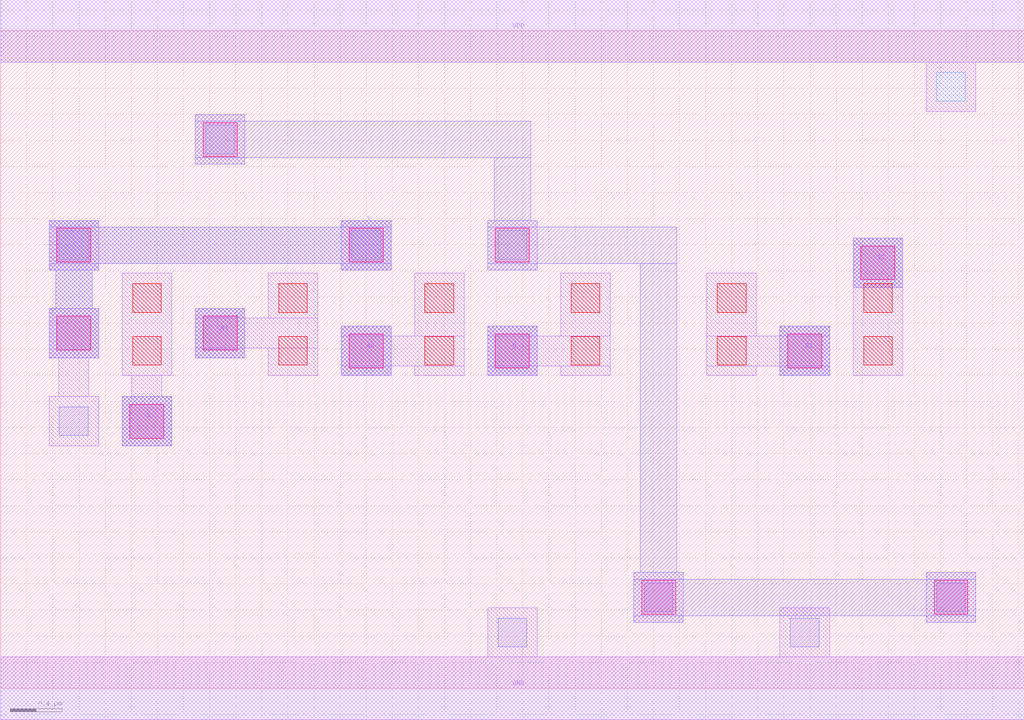
<source format=lef>
MACRO AOI33
 CLASS CORE ;
 FOREIGN AOI33 0 0 ;
 SIZE 7.84 BY 5.04 ;
 ORIGIN 0 0 ;
 SYMMETRY X Y R90 ;
 SITE unit ;
  PIN VDD
   DIRECTION INOUT ;
   USE POWER ;
   SHAPE ABUTMENT ;
    PORT
     CLASS CORE ;
       LAYER met1 ;
        RECT 0.00000000 4.80000000 7.84000000 5.28000000 ;
    END
  END VDD

  PIN GND
   DIRECTION INOUT ;
   USE POWER ;
   SHAPE ABUTMENT ;
    PORT
     CLASS CORE ;
       LAYER met1 ;
        RECT 0.00000000 -0.24000000 7.84000000 0.24000000 ;
    END
  END GND

  PIN Y
   DIRECTION INOUT ;
   USE SIGNAL ;
   SHAPE ABUTMENT ;
    PORT
     CLASS CORE ;
       LAYER met2 ;
        RECT 0.37000000 2.53200000 0.75000000 2.91200000 ;
        RECT 0.42000000 2.91200000 0.70000000 3.20700000 ;
        RECT 0.37000000 3.20700000 0.75000000 3.25700000 ;
        RECT 2.61000000 3.20700000 2.99000000 3.25700000 ;
        RECT 0.37000000 3.25700000 2.99000000 3.53700000 ;
        RECT 0.37000000 3.53700000 0.75000000 3.58700000 ;
        RECT 2.61000000 3.53700000 2.99000000 3.58700000 ;
    END
  END Y

  PIN B
   DIRECTION INOUT ;
   USE SIGNAL ;
   SHAPE ABUTMENT ;
    PORT
     CLASS CORE ;
       LAYER met2 ;
        RECT 3.73000000 2.39700000 4.11000000 2.77700000 ;
    END
  END B

  PIN A2
   DIRECTION INOUT ;
   USE SIGNAL ;
   SHAPE ABUTMENT ;
    PORT
     CLASS CORE ;
       LAYER met2 ;
        RECT 2.61000000 2.39700000 2.99000000 2.77700000 ;
    END
  END A2

  PIN B2
   DIRECTION INOUT ;
   USE SIGNAL ;
   SHAPE ABUTMENT ;
    PORT
     CLASS CORE ;
       LAYER met2 ;
        RECT 6.53000000 3.07200000 6.91000000 3.45200000 ;
    END
  END B2

  PIN B1
   DIRECTION INOUT ;
   USE SIGNAL ;
   SHAPE ABUTMENT ;
    PORT
     CLASS CORE ;
       LAYER met2 ;
        RECT 5.97000000 2.39700000 6.35000000 2.77700000 ;
    END
  END B1

  PIN A
   DIRECTION INOUT ;
   USE SIGNAL ;
   SHAPE ABUTMENT ;
    PORT
     CLASS CORE ;
       LAYER met2 ;
        RECT 0.93000000 1.85700000 1.31000000 2.23700000 ;
    END
  END A

  PIN A1
   DIRECTION INOUT ;
   USE SIGNAL ;
   SHAPE ABUTMENT ;
    PORT
     CLASS CORE ;
       LAYER met2 ;
        RECT 1.49000000 2.53200000 1.87000000 2.91200000 ;
    END
  END A1

 OBS
    LAYER polycont ;
     RECT 1.01000000 2.47700000 1.23000000 2.69700000 ;
     RECT 2.13000000 2.47700000 2.35000000 2.69700000 ;
     RECT 3.25000000 2.47700000 3.47000000 2.69700000 ;
     RECT 4.37000000 2.47700000 4.59000000 2.69700000 ;
     RECT 5.49000000 2.47700000 5.71000000 2.69700000 ;
     RECT 6.61000000 2.47700000 6.83000000 2.69700000 ;
     RECT 1.01000000 2.88200000 1.23000000 3.10200000 ;
     RECT 2.13000000 2.88200000 2.35000000 3.10200000 ;
     RECT 3.25000000 2.88200000 3.47000000 3.10200000 ;
     RECT 4.37000000 2.88200000 4.59000000 3.10200000 ;
     RECT 5.49000000 2.88200000 5.71000000 3.10200000 ;
     RECT 6.61000000 2.88200000 6.83000000 3.10200000 ;

    LAYER pdiffc ;
     RECT 0.45000000 3.28700000 0.67000000 3.50700000 ;
     RECT 2.69000000 3.28700000 2.91000000 3.50700000 ;
     RECT 3.81000000 3.28700000 4.03000000 3.50700000 ;
     RECT 1.57000000 4.09700000 1.79000000 4.31700000 ;
     RECT 7.17000000 4.50200000 7.39000000 4.72200000 ;

    LAYER ndiffc ;
     RECT 3.81000000 0.31700000 4.03000000 0.53700000 ;
     RECT 6.05000000 0.31700000 6.27000000 0.53700000 ;
     RECT 4.93000000 0.58700000 5.15000000 0.80700000 ;
     RECT 7.17000000 0.58700000 7.39000000 0.80700000 ;
     RECT 0.45000000 1.93700000 0.67000000 2.15700000 ;

    LAYER met1 ;
     RECT 0.00000000 -0.24000000 7.84000000 0.24000000 ;
     RECT 3.73000000 0.24000000 4.11000000 0.61700000 ;
     RECT 5.97000000 0.24000000 6.35000000 0.61700000 ;
     RECT 4.85000000 0.50700000 5.23000000 0.88700000 ;
     RECT 7.09000000 0.50700000 7.47000000 0.88700000 ;
     RECT 0.37000000 1.85700000 0.75000000 2.23700000 ;
     RECT 0.44500000 2.23700000 0.67500000 2.53200000 ;
     RECT 0.37000000 2.53200000 0.75000000 2.91200000 ;
     RECT 0.93000000 1.85700000 1.31000000 2.23700000 ;
     RECT 1.00500000 2.23700000 1.23500000 2.39700000 ;
     RECT 0.93000000 2.39700000 1.31000000 3.18200000 ;
     RECT 1.49000000 2.53200000 1.87000000 2.60700000 ;
     RECT 2.05000000 2.39700000 2.43000000 2.60700000 ;
     RECT 1.49000000 2.60700000 2.43000000 2.83700000 ;
     RECT 1.49000000 2.83700000 1.87000000 2.91200000 ;
     RECT 2.05000000 2.83700000 2.43000000 3.18200000 ;
     RECT 2.61000000 2.39700000 2.99000000 2.47200000 ;
     RECT 3.17000000 2.39700000 3.55000000 2.47200000 ;
     RECT 2.61000000 2.47200000 3.55000000 2.70200000 ;
     RECT 2.61000000 2.70200000 2.99000000 2.77700000 ;
     RECT 3.17000000 2.70200000 3.55000000 3.18200000 ;
     RECT 3.73000000 2.39700000 4.11000000 2.47200000 ;
     RECT 4.29000000 2.39700000 4.67000000 2.47200000 ;
     RECT 3.73000000 2.47200000 4.67000000 2.70200000 ;
     RECT 3.73000000 2.70200000 4.11000000 2.77700000 ;
     RECT 4.29000000 2.70200000 4.67000000 3.18200000 ;
     RECT 5.41000000 2.39700000 5.79000000 2.47200000 ;
     RECT 5.97000000 2.39700000 6.35000000 2.47200000 ;
     RECT 5.41000000 2.47200000 6.35000000 2.70200000 ;
     RECT 5.97000000 2.70200000 6.35000000 2.77700000 ;
     RECT 5.41000000 2.70200000 5.79000000 3.18200000 ;
     RECT 6.53000000 2.39700000 6.91000000 3.45200000 ;
     RECT 0.37000000 3.20700000 0.75000000 3.58700000 ;
     RECT 2.61000000 3.20700000 2.99000000 3.58700000 ;
     RECT 3.73000000 3.20700000 4.11000000 3.58700000 ;
     RECT 1.49000000 4.01700000 1.87000000 4.39700000 ;
     RECT 7.09000000 4.42200000 7.47000000 4.80000000 ;
     RECT 0.00000000 4.80000000 7.84000000 5.28000000 ;

    LAYER via1 ;
     RECT 4.91000000 0.56700000 5.17000000 0.82700000 ;
     RECT 7.15000000 0.56700000 7.41000000 0.82700000 ;
     RECT 0.99000000 1.91700000 1.25000000 2.17700000 ;
     RECT 2.67000000 2.45700000 2.93000000 2.71700000 ;
     RECT 3.79000000 2.45700000 4.05000000 2.71700000 ;
     RECT 6.03000000 2.45700000 6.29000000 2.71700000 ;
     RECT 0.43000000 2.59200000 0.69000000 2.85200000 ;
     RECT 1.55000000 2.59200000 1.81000000 2.85200000 ;
     RECT 6.59000000 3.13200000 6.85000000 3.39200000 ;
     RECT 0.43000000 3.26700000 0.69000000 3.52700000 ;
     RECT 2.67000000 3.26700000 2.93000000 3.52700000 ;
     RECT 3.79000000 3.26700000 4.05000000 3.52700000 ;
     RECT 1.55000000 4.07700000 1.81000000 4.33700000 ;

    LAYER met2 ;
     RECT 0.93000000 1.85700000 1.31000000 2.23700000 ;
     RECT 2.61000000 2.39700000 2.99000000 2.77700000 ;
     RECT 3.73000000 2.39700000 4.11000000 2.77700000 ;
     RECT 5.97000000 2.39700000 6.35000000 2.77700000 ;
     RECT 1.49000000 2.53200000 1.87000000 2.91200000 ;
     RECT 6.53000000 3.07200000 6.91000000 3.45200000 ;
     RECT 0.37000000 2.53200000 0.75000000 2.91200000 ;
     RECT 0.42000000 2.91200000 0.70000000 3.20700000 ;
     RECT 0.37000000 3.20700000 0.75000000 3.25700000 ;
     RECT 2.61000000 3.20700000 2.99000000 3.25700000 ;
     RECT 0.37000000 3.25700000 2.99000000 3.53700000 ;
     RECT 0.37000000 3.53700000 0.75000000 3.58700000 ;
     RECT 2.61000000 3.53700000 2.99000000 3.58700000 ;
     RECT 4.85000000 0.50700000 5.23000000 0.55700000 ;
     RECT 7.09000000 0.50700000 7.47000000 0.55700000 ;
     RECT 4.85000000 0.55700000 7.47000000 0.83700000 ;
     RECT 4.85000000 0.83700000 5.23000000 0.88700000 ;
     RECT 7.09000000 0.83700000 7.47000000 0.88700000 ;
     RECT 3.73000000 3.20700000 4.11000000 3.25700000 ;
     RECT 4.90000000 0.88700000 5.18000000 3.25700000 ;
     RECT 3.73000000 3.25700000 5.18000000 3.53700000 ;
     RECT 3.73000000 3.53700000 4.11000000 3.58700000 ;
     RECT 1.49000000 4.01700000 1.87000000 4.06700000 ;
     RECT 3.78000000 3.58700000 4.06000000 4.06700000 ;
     RECT 1.49000000 4.06700000 4.06000000 4.34700000 ;
     RECT 1.49000000 4.34700000 1.87000000 4.39700000 ;

 END
END AOI33

</source>
